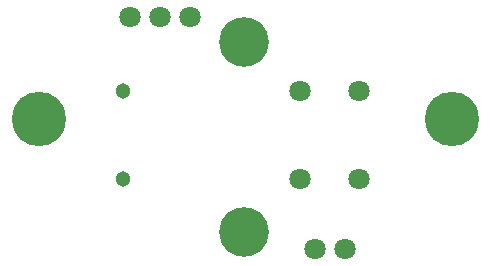
<source format=gbs>
G04*
G04 #@! TF.GenerationSoftware,Altium Limited,Altium Designer,18.1.11 (251)*
G04*
G04 Layer_Color=16711935*
%FSLAX25Y25*%
%MOIN*%
G70*
G01*
G75*
%ADD27C,0.07099*%
%ADD28C,0.18123*%
%ADD29C,0.05131*%
%ADD30C,0.16548*%
D27*
X72279Y5906D02*
D03*
X82279D02*
D03*
X30580Y83195D02*
D03*
X20580D02*
D03*
X10580D02*
D03*
X67422Y29134D02*
D03*
X87107D02*
D03*
Y58661D02*
D03*
X67422D02*
D03*
D28*
X118110Y49213D02*
D03*
X-19685D02*
D03*
D29*
X8366Y58661D02*
D03*
Y29134D02*
D03*
D30*
X48819Y74803D02*
D03*
Y11417D02*
D03*
M02*

</source>
